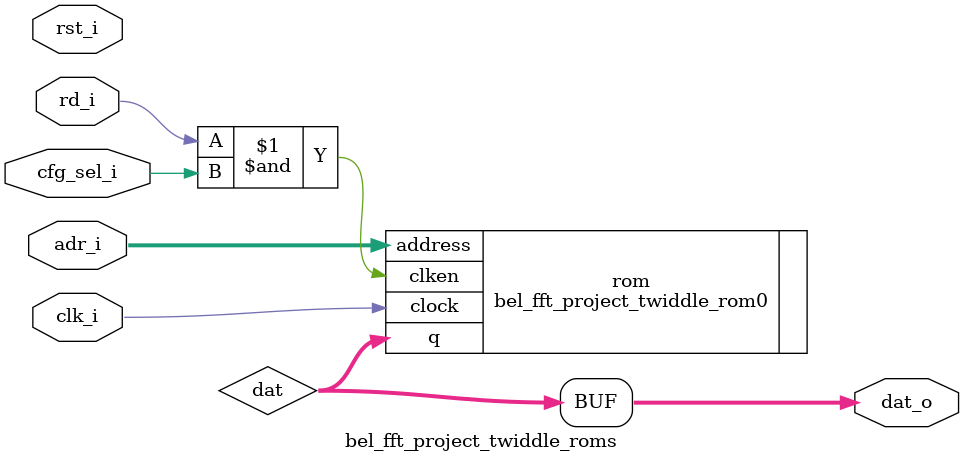
<source format=v>


`include "bel_fft_def.v"


module bel_fft_project_twiddle_roms (clk_i, rst_i, adr_i, rd_i, dat_o, cfg_sel_i);

    parameter word_width = 16;
    parameter config_num = 1;
    parameter max_awidth = 6;

    parameter size = 256;
    parameter awidth = 6;
    parameter file_name = "bel_rom_twiddles.dat";

    parameter size2 = 256;
    parameter awidth2 = 6;
    parameter file_name2 = "bel_rom_twiddles2.dat";

    parameter size3 = 256;
    parameter awidth3 = 6;
    parameter file_name3 = "bel_rom_twiddles3.dat";

    parameter size4 = 256;
    parameter awidth4 = 6;
    parameter file_name4 = "bel_rom_twiddles4.dat";

    input clk_i;
    input rst_i;
    input [max_awidth - 1:0] adr_i;
    input rd_i;
    output [word_width * 2 - 1:0] dat_o;
    input [config_num - 1:0] cfg_sel_i;

    reg [word_width * 2 - 1:0] dat_o;
    wire [word_width * 2 - 1:0] dat;
    wire [word_width * 2 - 1:0] dat2;
    wire [word_width * 2 - 1:0] dat3;
    wire [word_width * 2 - 1:0] dat4;

    bel_fft_project_twiddle_rom0 rom (
        .address (adr_i[awidth - 1:0]),
        .clken (rd_i & cfg_sel_i[0]),
        .clock (clk_i),
        .q (dat));

generate

    if (config_num > 1) begin
    
        bel_fft_project_twiddle_rom1 rom2 (
            .address (adr_i[awidth2 - 1:0]),
            .clken (rd_i & cfg_sel_i[1]),
            .clock (clk_i),
            .q (dat2));

        if (config_num > 2) begin

            bel_fft_project_twiddle_rom2 rom3 (
                .address (adr_i[awidth3 - 1:0]),
                .clken (rd_i & cfg_sel_i[2]),
                .clock (clk_i),
                .q (dat3));

            if (config_num > 3) begin

                bel_fft_project_twiddle_rom3 rom4 (
                    .address (adr_i[awidth4 - 1:0]),
                    .clken (rd_i & cfg_sel_i[3]),
                    .clock (clk_i),
                    .q (dat4));

                always @ (cfg_sel_i or dat or dat2 or dat3 or dat4) begin
                    case (cfg_sel_i)
                        4'b1000: begin
                            dat_o = dat4;
                        end
                        4'b0100: begin
                            dat_o = dat3;
                        end
                        4'b0010: begin
                            dat_o = dat2;
                        end
                        default: begin
                            dat_o = dat;
                        end
                    endcase
                end

            end else begin

                always @ (cfg_sel_i or dat or dat2 or dat3) begin
                    case (cfg_sel_i)
                        3'b100: begin
                            dat_o = dat3;
                        end
                        3'b010: begin
                            dat_o = dat2;
                        end
                        default: begin
                            dat_o = dat;
                        end
                    endcase
                end

            end

        end else begin

            always @ (cfg_sel_i or dat or dat2) begin
                case (cfg_sel_i)
                    2'b10: begin
                        dat_o = dat2;
                    end
                    default: begin
                        dat_o = dat;
                    end
                endcase
            end

        end

    end else begin

        always @ (dat)
          dat_o = dat;

    end

endgenerate

    
endmodule // bel_fft_project_twiddle_roms


</source>
